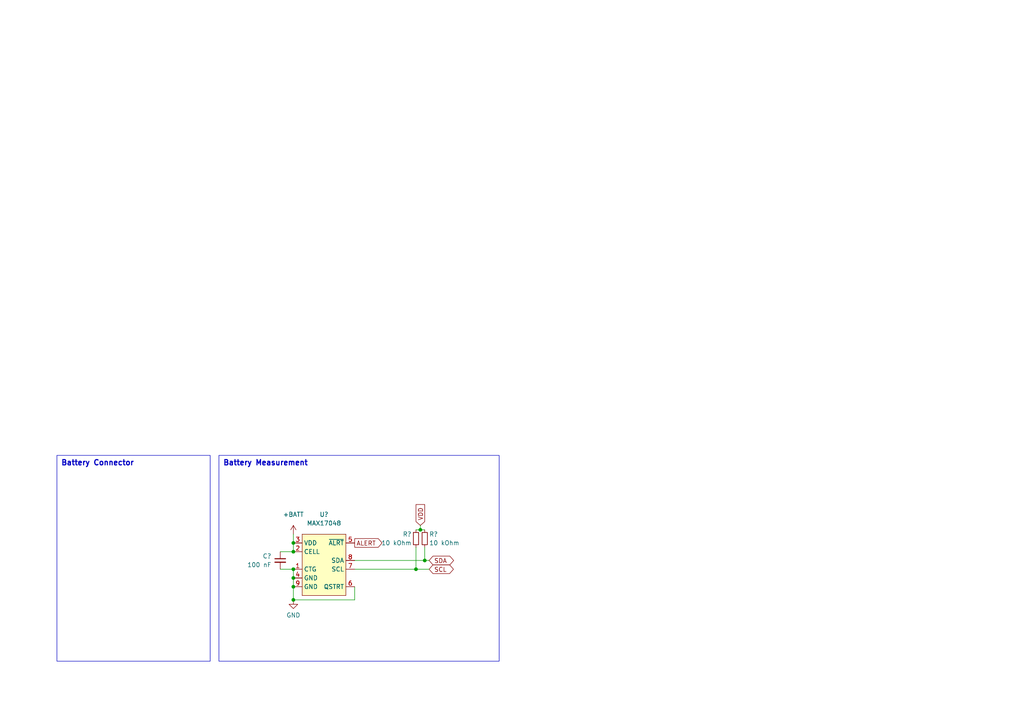
<source format=kicad_sch>
(kicad_sch (version 20231120) (generator "eeschema") (generator_version "8.0")
  (paper "A4")
  (lib_symbols
    (symbol "Device:C_Small" (pin_numbers hide) (pin_names (offset 0.254) hide)
      (property "Reference" "C" (at 0.254 1.778 0))
      (property "Value" "C_Small" (at 0.254 -2.032 0))
      (symbol "C_Small_0_1"
        (polyline (pts (xy -1.524 -0.508) (xy 1.524 -0.508)) (stroke (width 0.3302)))
        (polyline (pts (xy -1.524 0.508) (xy 1.524 0.508)) (stroke (width 0.3048)))
      )
      (symbol "C_Small_1_1"
        (pin passive line (at 0 2.54 270) (length 2.032) (name "~") (number "1"))
        (pin passive line (at 0 -2.54 90) (length 2.032) (name "~") (number "2"))
      )
    )
    (symbol "Device:R_Small" (pin_numbers hide) (pin_names (offset 0.254) hide)
      (property "Reference" "R" (at 0.762 0.508 0))
      (property "Value" "R_Small" (at 0.762 -1.016 0))
      (symbol "R_Small_0_1"
        (rectangle (start -0.762 1.778) (end 0.762 -1.778) (stroke (width 0.2032)))
      )
      (symbol "R_Small_1_1"
        (pin passive line (at 0 2.54 270) (length 0.762) (name "~") (number "1"))
        (pin passive line (at 0 -2.54 90) (length 0.762) (name "~") (number "2"))
      )
    )
    (symbol "marbastlib-various:MAX17048"
      (property "Reference" "U" (at 0 10.16 0))
      (property "Value" "MAX17048" (at 0 -10.16 0))
      (symbol "MAX17048_0_0"
        (pin power_in line (at -8.89 -1.27 0) (length 2.54) (name "CTG") (number "1"))
        (pin power_in line (at -8.89 3.81 0) (length 2.54) (name "CELL") (number "2"))
        (pin power_in line (at -8.89 6.35 0) (length 2.54) (name "VDD") (number "3"))
        (pin power_in line (at -8.89 -3.81 0) (length 2.54) (name "GND") (number "4"))
        (pin open_collector line (at 8.89 6.35 180) (length 2.54) (name "~{ALRT}") (number "5"))
        (pin input line (at 8.89 -6.35 180) (length 2.54) (name "QSTRT") (number "6"))
        (pin bidirectional line (at 8.89 -1.27 180) (length 2.54) (name "SCL") (number "7"))
        (pin bidirectional line (at 8.89 1.27 180) (length 2.54) (name "SDA") (number "8"))
        (pin power_in line (at -8.89 -6.35 0) (length 2.54) (name "GND") (number "9"))
      )
      (symbol "MAX17048_0_1"
        (rectangle (start -6.35 8.89) (end 6.35 -8.89) (stroke (width 0.1524)) (fill (type background)))
      )
    )
    (symbol "power:+BATT" (power) (pin_names (offset 0))
      (property "Value" "+BATT" (at 0 3.556 0))
      (symbol "+BATT_0_1"
        (polyline (pts (xy -0.762 1.27) (xy 0 2.54)))
        (polyline (pts (xy 0 0) (xy 0 2.54)))
        (polyline (pts (xy 0 2.54) (xy 0.762 1.27)))
      )
      (symbol "+BATT_1_1"
        (pin power_in line (at 0 0 90) (length 0) hide (name "+BATT") (number "1"))
      )
    )
    (symbol "power:GND" (power) (pin_names (offset 0))
      (property "Value" "GND" (at 0 -3.81 0))
      (symbol "GND_0_1"
        (polyline (pts (xy 0 0) (xy 0 -1.27) (xy 1.27 -1.27) (xy 0 -2.54) (xy -1.27 -1.27) (xy 0 -1.27)))
      )
      (symbol "GND_1_1"
        (pin power_in line (at 0 0 270) (length 0) hide (name "GND") (number "1"))
      )
    )
  )
  (junction (at 123.19 162.56))
  (junction (at 85.09 157.48))
  (junction (at 120.65 165.1))
  (junction (at 85.09 160.02))
  (junction (at 85.09 165.1))
  (junction (at 85.09 173.99))
  (junction (at 85.09 170.18))
  (junction (at 121.92 153.67))
  (junction (at 85.09 167.64))
  (wire (pts (xy 85.09 170.18) (xy 85.09 173.99)))
  (wire (pts (xy 81.28 160.02) (xy 85.09 160.02)))
  (wire (pts (xy 121.92 152.4) (xy 121.92 153.67)))
  (wire (pts (xy 102.87 170.18) (xy 102.87 173.99)))
  (wire (pts (xy 81.28 165.1) (xy 85.09 165.1)))
  (wire (pts (xy 85.09 167.64) (xy 85.09 170.18)))
  (wire (pts (xy 102.87 165.1) (xy 120.65 165.1)))
  (wire (pts (xy 123.19 158.75) (xy 123.19 162.56)))
  (wire (pts (xy 85.09 165.1) (xy 85.09 167.64)))
  (wire (pts (xy 85.09 154.94) (xy 85.09 157.48)))
  (wire (pts (xy 120.65 153.67) (xy 121.92 153.67)))
  (wire (pts (xy 123.19 162.56) (xy 124.46 162.56)))
  (wire (pts (xy 120.65 158.75) (xy 120.65 165.1)))
  (wire (pts (xy 85.09 157.48) (xy 85.09 160.02)))
  (wire (pts (xy 121.92 153.67) (xy 123.19 153.67)))
  (wire (pts (xy 102.87 162.56) (xy 123.19 162.56)))
  (wire (pts (xy 102.87 173.99) (xy 85.09 173.99)))
  (wire (pts (xy 120.65 165.1) (xy 124.46 165.1)))
  (text_box "Battery Measurement" (at 63.5 132.08 0) (size 81.28 59.69) (effects (font (size 1.54 1.54) (thickness 0.308) (bold yes)) (justify left top)))
  (text_box "Battery Connector" (at 16.51 132.08 0) (size 44.45 59.69) (effects (font (size 1.54 1.54) (thickness 0.308) (bold yes)) (justify left top)))
  (global_label "SDA" (shape bidirectional) (at 124.46 162.56 0) (property "Intersheetrefs" "${INTERSHEET_REFS}" (effects (hide yes))))
  (global_label "ALERT" (shape output) (at 102.87 157.48 0) (property "Intersheetrefs" "${INTERSHEET_REFS}" (effects (hide yes))))
  (global_label "SCL" (shape bidirectional) (at 124.46 165.1 0) (property "Intersheetrefs" "${INTERSHEET_REFS}" (effects (hide yes))))
  (global_label "VDD" (shape input) (at 121.92 152.4 90) (property "Intersheetrefs" "${INTERSHEET_REFS}" (effects (hide yes))))
  (symbol (lib_id "Device:R_Small") (at 123.19 156.21 0) (unit 1)
    (property "Reference" "R?" (at 124.46 154.9399 0) (effects (justify left)))
    (property "Value" "10 kOhm" (at 124.46 157.48 0) (effects (justify left)))
    (property "Footprint" "Resistor_SMD:R_0402_1005Metric" (effects (hide yes)))
    (property "LCSC" "C25744" (effects (hide yes)))
  )
  (symbol (lib_id "power:+BATT") (at 85.09 154.94 0) (unit 1)
    (property "Reference" "#PWR?" (effects (hide yes)))
    (property "Value" "+BATT" (at 85.09 149.225 0))
    (instances (project "osprey_rev_a" (path "" (reference "#PWR?") (unit 1))) (project "Hotp4ck60" (path "" (reference "#PWR0105") (unit 1))) (project "designguide-schematic" (path "" (reference "#PWR?") (unit 1))))
  )
  (symbol (lib_id "Device:C_Small") (at 81.28 162.56 0) (unit 1)
    (property "Reference" "C?" (at 78.74 161.2962 0) (effects (justify right)))
    (property "Value" "100 nF" (at 78.74 163.8362 0) (effects (justify right)))
    (property "Footprint" "Capacitor_SMD:C_0402_1005Metric" (effects (hide yes)))
  )
  (symbol (lib_id "marbastlib-various:MAX17048") (at 93.98 163.83 0) (unit 1)
    (property "Reference" "U?" (at 93.98 149.225 0))
    (property "Value" "MAX17048" (at 93.98 151.765 0))
    (property "Footprint" "Package_DFN_QFN:DFN-8-1EP_2x2mm_P0.5mm_EP0.7x1.3mm" (effects (hide yes)))
    (property "Datasheet" "https://datasheets.maximintegrated.com/en/ds/MAX17048-MAX17049.pdf" (effects (hide yes)))
  )
  (symbol (lib_id "Device:R_Small") (at 120.65 156.21 0) (unit 1)
    (property "Reference" "R?" (at 119.38 154.9399 0) (effects (justify right)))
    (property "Value" "10 kOhm" (at 119.38 157.48 0) (effects (justify right)))
    (property "Footprint" "Resistor_SMD:R_0402_1005Metric" (effects (hide yes)))
    (property "LCSC" "C25744" (effects (hide yes)))
  )
  (symbol (lib_id "power:GND") (at 85.09 173.99 0) (unit 1)
    (property "Reference" "#PWR?" (effects (hide yes)))
    (property "Value" "GND" (at 85.09 178.435 0))
    (instances (project "osprey_rev_a" (path "" (reference "#PWR?") (unit 1))) (project "Hotp4ck60" (path "" (reference "#PWR0104") (unit 1))) (project "designguide-schematic" (path "" (reference "#PWR?") (unit 1))))
  )
)
</source>
